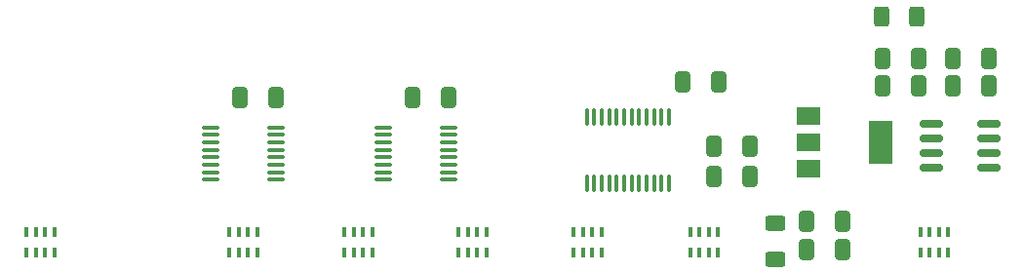
<source format=gtp>
G04 #@! TF.GenerationSoftware,KiCad,Pcbnew,(6.0.6)*
G04 #@! TF.CreationDate,2022-07-23T12:01:03-05:00*
G04 #@! TF.ProjectId,v0,76302e6b-6963-4616-945f-706362585858,v0*
G04 #@! TF.SameCoordinates,Original*
G04 #@! TF.FileFunction,Paste,Top*
G04 #@! TF.FilePolarity,Positive*
%FSLAX46Y46*%
G04 Gerber Fmt 4.6, Leading zero omitted, Abs format (unit mm)*
G04 Created by KiCad (PCBNEW (6.0.6)) date 2022-07-23 12:01:03*
%MOMM*%
%LPD*%
G01*
G04 APERTURE LIST*
G04 Aperture macros list*
%AMRoundRect*
0 Rectangle with rounded corners*
0 $1 Rounding radius*
0 $2 $3 $4 $5 $6 $7 $8 $9 X,Y pos of 4 corners*
0 Add a 4 corners polygon primitive as box body*
4,1,4,$2,$3,$4,$5,$6,$7,$8,$9,$2,$3,0*
0 Add four circle primitives for the rounded corners*
1,1,$1+$1,$2,$3*
1,1,$1+$1,$4,$5*
1,1,$1+$1,$6,$7*
1,1,$1+$1,$8,$9*
0 Add four rect primitives between the rounded corners*
20,1,$1+$1,$2,$3,$4,$5,0*
20,1,$1+$1,$4,$5,$6,$7,0*
20,1,$1+$1,$6,$7,$8,$9,0*
20,1,$1+$1,$8,$9,$2,$3,0*%
G04 Aperture macros list end*
%ADD10RoundRect,0.250000X0.412500X0.650000X-0.412500X0.650000X-0.412500X-0.650000X0.412500X-0.650000X0*%
%ADD11RoundRect,0.150000X-0.825000X-0.150000X0.825000X-0.150000X0.825000X0.150000X-0.825000X0.150000X0*%
%ADD12R,0.400000X0.900000*%
%ADD13RoundRect,0.250000X-0.625000X0.400000X-0.625000X-0.400000X0.625000X-0.400000X0.625000X0.400000X0*%
%ADD14RoundRect,0.100000X-0.637500X-0.100000X0.637500X-0.100000X0.637500X0.100000X-0.637500X0.100000X0*%
%ADD15RoundRect,0.250000X-0.412500X-0.650000X0.412500X-0.650000X0.412500X0.650000X-0.412500X0.650000X0*%
%ADD16RoundRect,0.250000X0.400000X0.625000X-0.400000X0.625000X-0.400000X-0.625000X0.400000X-0.625000X0*%
%ADD17R,2.000000X1.500000*%
%ADD18R,2.000000X3.800000*%
%ADD19RoundRect,0.100000X-0.100000X0.637500X-0.100000X-0.637500X0.100000X-0.637500X0.100000X0.637500X0*%
G04 APERTURE END LIST*
D10*
X118862500Y-107000000D03*
X115737500Y-107000000D03*
D11*
X175775000Y-109345000D03*
X175775000Y-110615000D03*
X175775000Y-111885000D03*
X175775000Y-113155000D03*
X180725000Y-113155000D03*
X180725000Y-111885000D03*
X180725000Y-110615000D03*
X180725000Y-109345000D03*
D10*
X159962500Y-111300000D03*
X156837500Y-111300000D03*
D12*
X97200000Y-120450000D03*
X98000000Y-120450000D03*
X98800000Y-120450000D03*
X99600000Y-120450000D03*
X99600000Y-118750000D03*
X98800000Y-118750000D03*
X98000000Y-118750000D03*
X97200000Y-118750000D03*
D13*
X162200000Y-117950000D03*
X162200000Y-121050000D03*
D14*
X113137500Y-109625000D03*
X113137500Y-110275000D03*
X113137500Y-110925000D03*
X113137500Y-111575000D03*
X113137500Y-112225000D03*
X113137500Y-112875000D03*
X113137500Y-113525000D03*
X113137500Y-114175000D03*
X118862500Y-114175000D03*
X118862500Y-113525000D03*
X118862500Y-112875000D03*
X118862500Y-112225000D03*
X118862500Y-111575000D03*
X118862500Y-110925000D03*
X118862500Y-110275000D03*
X118862500Y-109625000D03*
D15*
X177637500Y-103650000D03*
X180762500Y-103650000D03*
D16*
X174500000Y-100000000D03*
X171400000Y-100000000D03*
D15*
X164937500Y-117800000D03*
X168062500Y-117800000D03*
D12*
X174800000Y-120450000D03*
X175600000Y-120450000D03*
X176400000Y-120450000D03*
X177200000Y-120450000D03*
X177200000Y-118750000D03*
X176400000Y-118750000D03*
X175600000Y-118750000D03*
X174800000Y-118750000D03*
D10*
X133862500Y-107000000D03*
X130737500Y-107000000D03*
D12*
X134700000Y-120450000D03*
X135500000Y-120450000D03*
X136300000Y-120450000D03*
X137100000Y-120450000D03*
X137100000Y-118750000D03*
X136300000Y-118750000D03*
X135500000Y-118750000D03*
X134700000Y-118750000D03*
D14*
X128137500Y-109625000D03*
X128137500Y-110275000D03*
X128137500Y-110925000D03*
X128137500Y-111575000D03*
X128137500Y-112225000D03*
X128137500Y-112875000D03*
X128137500Y-113525000D03*
X128137500Y-114175000D03*
X133862500Y-114175000D03*
X133862500Y-113525000D03*
X133862500Y-112875000D03*
X133862500Y-112225000D03*
X133862500Y-111575000D03*
X133862500Y-110925000D03*
X133862500Y-110275000D03*
X133862500Y-109625000D03*
D17*
X165050000Y-108600000D03*
D18*
X171350000Y-110900000D03*
D17*
X165050000Y-110900000D03*
X165050000Y-113200000D03*
D12*
X144700000Y-120450000D03*
X145500000Y-120450000D03*
X146300000Y-120450000D03*
X147100000Y-120450000D03*
X147100000Y-118750000D03*
X146300000Y-118750000D03*
X145500000Y-118750000D03*
X144700000Y-118750000D03*
X154800000Y-120450000D03*
X155600000Y-120450000D03*
X156400000Y-120450000D03*
X157200000Y-120450000D03*
X157200000Y-118750000D03*
X156400000Y-118750000D03*
X155600000Y-118750000D03*
X154800000Y-118750000D03*
D15*
X171487500Y-103650000D03*
X174612500Y-103650000D03*
X164937500Y-120200000D03*
X168062500Y-120200000D03*
D12*
X124800000Y-120450000D03*
X125600000Y-120450000D03*
X126400000Y-120450000D03*
X127200000Y-120450000D03*
X127200000Y-118750000D03*
X126400000Y-118750000D03*
X125600000Y-118750000D03*
X124800000Y-118750000D03*
D15*
X177637500Y-106050000D03*
X180762500Y-106050000D03*
X171487500Y-106050000D03*
X174612500Y-106050000D03*
D10*
X159962500Y-113850000D03*
X156837500Y-113850000D03*
D19*
X152975000Y-108737500D03*
X152325000Y-108737500D03*
X151675000Y-108737500D03*
X151025000Y-108737500D03*
X150375000Y-108737500D03*
X149725000Y-108737500D03*
X149075000Y-108737500D03*
X148425000Y-108737500D03*
X147775000Y-108737500D03*
X147125000Y-108737500D03*
X146475000Y-108737500D03*
X145825000Y-108737500D03*
X145825000Y-114462500D03*
X146475000Y-114462500D03*
X147125000Y-114462500D03*
X147775000Y-114462500D03*
X148425000Y-114462500D03*
X149075000Y-114462500D03*
X149725000Y-114462500D03*
X150375000Y-114462500D03*
X151025000Y-114462500D03*
X151675000Y-114462500D03*
X152325000Y-114462500D03*
X152975000Y-114462500D03*
D12*
X114800000Y-120450000D03*
X115600000Y-120450000D03*
X116400000Y-120450000D03*
X117200000Y-120450000D03*
X117200000Y-118750000D03*
X116400000Y-118750000D03*
X115600000Y-118750000D03*
X114800000Y-118750000D03*
D15*
X154137500Y-105700000D03*
X157262500Y-105700000D03*
M02*

</source>
